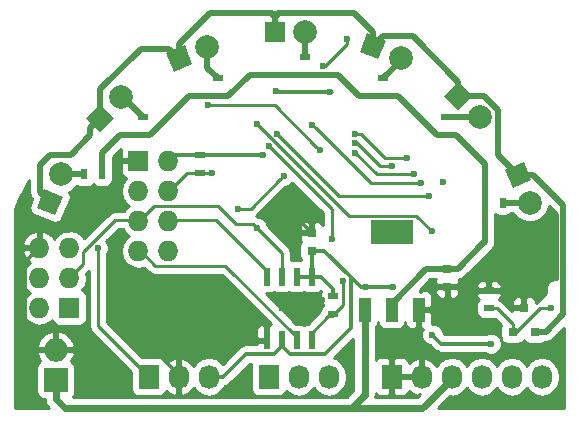
<source format=gbl>
G04 #@! TF.FileFunction,Copper,L2,Bot,Signal*
%FSLAX46Y46*%
G04 Gerber Fmt 4.6, Leading zero omitted, Abs format (unit mm)*
G04 Created by KiCad (PCBNEW (2015-05-28 BZR 5690)-product) date Thursday, June 25, 2015 'AMt' 09:08:00 AM*
%MOMM*%
G01*
G04 APERTURE LIST*
%ADD10C,0.100000*%
%ADD11R,0.750000X0.800000*%
%ADD12R,1.727200X1.727200*%
%ADD13O,1.727200X1.727200*%
%ADD14R,1.727200X2.032000*%
%ADD15O,1.727200X2.032000*%
%ADD16R,0.800100X0.800100*%
%ADD17R,0.900000X0.500000*%
%ADD18R,0.500000X0.900000*%
%ADD19R,0.600000X1.550000*%
%ADD20R,3.657600X2.032000*%
%ADD21R,1.016000X2.032000*%
%ADD22C,1.998980*%
%ADD23R,1.699260X1.699260*%
%ADD24O,1.998980X1.998980*%
%ADD25R,1.998980X1.998980*%
%ADD26C,0.600000*%
%ADD27C,0.250000*%
%ADD28C,0.350000*%
%ADD29C,0.310000*%
%ADD30C,0.630000*%
%ADD31C,0.500000*%
%ADD32C,0.254000*%
G04 APERTURE END LIST*
D10*
D11*
X136461500Y-100572000D03*
X136461500Y-99072000D03*
D12*
X115951000Y-105410000D03*
D13*
X113411000Y-105410000D03*
X115951000Y-102870000D03*
X113411000Y-102870000D03*
X115951000Y-100330000D03*
X113411000Y-100330000D03*
D14*
X143256000Y-111252000D03*
D15*
X145796000Y-111252000D03*
X148336000Y-111252000D03*
X150876000Y-111252000D03*
X153416000Y-111252000D03*
X155956000Y-111252000D03*
D16*
X155382000Y-107426760D03*
X153482000Y-107426760D03*
X154432000Y-105427780D03*
D17*
X138303000Y-104406000D03*
X138303000Y-105906000D03*
X127000000Y-93968000D03*
X127000000Y-92468000D03*
X151460200Y-103935400D03*
X151460200Y-105435400D03*
D18*
X118733000Y-94107000D03*
X117233000Y-94107000D03*
D17*
X122174000Y-90793000D03*
X122174000Y-89293000D03*
X128524000Y-87491000D03*
X128524000Y-85991000D03*
X135940800Y-85713000D03*
X135940800Y-84213000D03*
X142527013Y-87491000D03*
X142527013Y-85991000D03*
D19*
X136474200Y-108178600D03*
X135204200Y-108178600D03*
X133934200Y-108178600D03*
X132664200Y-108178600D03*
X132664200Y-102778600D03*
X133934200Y-102778600D03*
X135204200Y-102778600D03*
X136474200Y-102778600D03*
D14*
X132842000Y-111252000D03*
D15*
X135382000Y-111252000D03*
X137922000Y-111252000D03*
D17*
X147828000Y-90793000D03*
X147828000Y-89293000D03*
D18*
X151142000Y-96520000D03*
X152642000Y-96520000D03*
D20*
X143230600Y-98958400D03*
D21*
X143230600Y-105562400D03*
X140944600Y-105562400D03*
X145516600Y-105562400D03*
D11*
X147955000Y-102120000D03*
X147955000Y-103620000D03*
D14*
X122682000Y-111252000D03*
D15*
X125222000Y-111252000D03*
X127762000Y-111252000D03*
D10*
G36*
X126381657Y-84762929D02*
X124811746Y-85413208D01*
X124161467Y-83843297D01*
X125731378Y-83193018D01*
X126381657Y-84762929D01*
X126381657Y-84762929D01*
G37*
D22*
X127618216Y-83331097D03*
D23*
X133374060Y-82092800D03*
D22*
X135914060Y-82092800D03*
D10*
G36*
X142114378Y-84370782D02*
X140544467Y-83720503D01*
X141194746Y-82150592D01*
X142764657Y-82800871D01*
X142114378Y-84370782D01*
X142114378Y-84370782D01*
G37*
D22*
X144001216Y-84232703D03*
D10*
G36*
X148902148Y-88661106D02*
X147700590Y-87459548D01*
X148902148Y-86257990D01*
X150103706Y-87459548D01*
X148902148Y-88661106D01*
X148902148Y-88661106D01*
G37*
D22*
X150698200Y-89255600D03*
D10*
G36*
X153508168Y-95283441D02*
X152857889Y-93713530D01*
X154427800Y-93063251D01*
X155078079Y-94633162D01*
X153508168Y-95283441D01*
X153508168Y-95283441D01*
G37*
D22*
X154940000Y-96520000D03*
D10*
G36*
X119767810Y-89332748D02*
X118566252Y-90534306D01*
X117364694Y-89332748D01*
X118566252Y-88131190D01*
X119767810Y-89332748D01*
X119767810Y-89332748D01*
G37*
D22*
X120362304Y-87536696D03*
D10*
G36*
X115409582Y-96010622D02*
X114759303Y-97580533D01*
X113189392Y-96930254D01*
X113839671Y-95360343D01*
X115409582Y-96010622D01*
X115409582Y-96010622D01*
G37*
D22*
X115271503Y-94123784D03*
D24*
X114808000Y-108966000D03*
D25*
X114808000Y-111506000D03*
D13*
X121793000Y-100584000D03*
X124333000Y-100584000D03*
X121793000Y-98044000D03*
X124333000Y-98044000D03*
X121793000Y-95504000D03*
X124333000Y-95504000D03*
D12*
X121793000Y-92964000D03*
D13*
X124333000Y-92964000D03*
D26*
X147565718Y-94742000D03*
X127689454Y-88271197D03*
X137159908Y-92075000D03*
X140157200Y-92303600D03*
X145151020Y-94094014D03*
X133415051Y-87078735D03*
X141083173Y-103632000D03*
X143392990Y-103632000D03*
X132324312Y-92447929D03*
X138045010Y-87122000D03*
X146685000Y-107688676D03*
X151640019Y-108446000D03*
X130810000Y-112522000D03*
X129540000Y-112522000D03*
X118618000Y-112522000D03*
X120142000Y-112522000D03*
X120141990Y-110998000D03*
X118618000Y-110998000D03*
X135247174Y-98180980D03*
X137346785Y-104733172D03*
X133985002Y-105410000D03*
X113284000Y-98806000D03*
X123444000Y-108204000D03*
X121920000Y-108204000D03*
X120650000Y-107442000D03*
X119634004Y-106426000D03*
X119634000Y-104902000D03*
X115824000Y-98806000D03*
X114554002Y-98806000D03*
X112014002Y-98806000D03*
X142240000Y-109220000D03*
X143764000Y-109220000D03*
X147066000Y-109220000D03*
X145288000Y-109220000D03*
X153670000Y-98806000D03*
X156210000Y-103378000D03*
X156210000Y-101600000D03*
X156210000Y-98806000D03*
X131809608Y-98636101D03*
X156718000Y-105409996D03*
X137420000Y-84936541D03*
X139498303Y-82685499D03*
X145733410Y-94869000D03*
X136540244Y-89905844D03*
X146659600Y-98933000D03*
X131851400Y-89865200D03*
X146405600Y-95910400D03*
X133537949Y-90667851D03*
X118364000Y-100361771D03*
X132819151Y-91716849D03*
X138176000Y-99568000D03*
X139106981Y-103124000D03*
X128016000Y-93980000D03*
X140157200Y-91503597D03*
X143301790Y-93381030D03*
X140157200Y-90703594D03*
X144552006Y-92725951D03*
X130199960Y-97019957D03*
X134112000Y-94233996D03*
D27*
X127635000Y-88265000D02*
X133349908Y-88265000D01*
X133349908Y-88265000D02*
X136859909Y-91775001D01*
X136859909Y-91775001D02*
X137159908Y-92075000D01*
X141960600Y-94107000D02*
X145110200Y-94107000D01*
X140157200Y-92303600D02*
X141960600Y-94107000D01*
D28*
X127000000Y-92468000D02*
X124829000Y-92468000D01*
X124829000Y-92468000D02*
X124333000Y-92964000D01*
X127000000Y-92468000D02*
X132304241Y-92468000D01*
X132304241Y-92468000D02*
X132324312Y-92447929D01*
X141083173Y-103632000D02*
X140613983Y-103632000D01*
X140613983Y-103632000D02*
X139781982Y-102799999D01*
X133934200Y-108653600D02*
X134609201Y-109328601D01*
X134609201Y-109328601D02*
X137559399Y-109328601D01*
X139781982Y-107106018D02*
X139781982Y-102799999D01*
X139781982Y-102799999D02*
X137553983Y-100572000D01*
X137559399Y-109328601D02*
X139781982Y-107106018D01*
X137553983Y-100572000D02*
X136461500Y-100572000D01*
X143392990Y-103632000D02*
X141083173Y-103632000D01*
X151640019Y-108446000D02*
X147442324Y-108446000D01*
X147442324Y-108446000D02*
X146685000Y-107688676D01*
X138045010Y-87122000D02*
X133522031Y-87122000D01*
X133522031Y-87122000D02*
X133415051Y-87015020D01*
X136474200Y-102778600D02*
X136474200Y-100584700D01*
X136474200Y-100584700D02*
X136461500Y-100572000D01*
X135204200Y-102778600D02*
X136474200Y-102778600D01*
X138303000Y-104406000D02*
X138303000Y-103806000D01*
X138303000Y-103806000D02*
X137275600Y-102778600D01*
X137275600Y-102778600D02*
X136474200Y-102778600D01*
X133934200Y-108178600D02*
X133934200Y-108653600D01*
X127762000Y-111252000D02*
X128975600Y-111252000D01*
X128975600Y-111252000D02*
X130898999Y-109328601D01*
X130898999Y-109328601D02*
X133259199Y-109328601D01*
X133259199Y-109328601D02*
X133934200Y-108653600D01*
D29*
X137492111Y-100572000D02*
X137146500Y-100572000D01*
X143392990Y-103640550D02*
X143396469Y-103644029D01*
X143392990Y-103632000D02*
X143392990Y-103640550D01*
D27*
X138176000Y-87122000D02*
X138045010Y-87122000D01*
X129540000Y-112522000D02*
X130810000Y-112522000D01*
X120142000Y-112522000D02*
X118618000Y-112522000D01*
X118618000Y-110998000D02*
X118618000Y-112522000D01*
X118618000Y-111422264D02*
X118618000Y-110998000D01*
X118364000Y-112522000D02*
X118618000Y-112268000D01*
X118618000Y-112268000D02*
X118618000Y-111422264D01*
D28*
X112172399Y-106004529D02*
X112172399Y-105745257D01*
X113394508Y-108966000D02*
X112172399Y-107743891D01*
X112172399Y-105745257D02*
X112172399Y-101568601D01*
X114808000Y-108966000D02*
X113394508Y-108966000D01*
X112172399Y-107743891D02*
X112172399Y-105745257D01*
X137346785Y-104733172D02*
X134661830Y-104733172D01*
X134661830Y-104733172D02*
X133985002Y-105410000D01*
D29*
X137382228Y-104775000D02*
X137370413Y-104786815D01*
D28*
X112172399Y-101568601D02*
X112547401Y-101193599D01*
X112547401Y-101193599D02*
X113411000Y-100330000D01*
X151460200Y-103935400D02*
X153689670Y-103935400D01*
X153689670Y-103935400D02*
X154432000Y-104677730D01*
X154432000Y-104677730D02*
X154432000Y-105427780D01*
D29*
X135570490Y-98180990D02*
X136461500Y-99072000D01*
X135274891Y-98180990D02*
X135570490Y-98180990D01*
X125222000Y-111404400D02*
X125222000Y-111252000D01*
X114808000Y-109220000D02*
X114554000Y-108966000D01*
D27*
X123444000Y-109321600D02*
X123444000Y-108204000D01*
X125222000Y-111099600D02*
X123444000Y-109321600D01*
X125222000Y-111252000D02*
X125222000Y-111099600D01*
X121920000Y-108204000D02*
X121412000Y-108204000D01*
X121412000Y-108204000D02*
X120949999Y-107741999D01*
X120949999Y-107741999D02*
X120650000Y-107442000D01*
X119634004Y-106426000D02*
X119634004Y-104902004D01*
X119634004Y-104902004D02*
X119634000Y-104902000D01*
X115824000Y-98806000D02*
X114554002Y-98806000D01*
X113284000Y-98806000D02*
X112014002Y-98806000D01*
X142240000Y-109220000D02*
X143764000Y-109220000D01*
X147066000Y-109220000D02*
X145288000Y-109220000D01*
X156210000Y-103378000D02*
X156210000Y-101600000D01*
X153670000Y-98806000D02*
X156210000Y-98806000D01*
D30*
X115591510Y-113919000D02*
X134435939Y-113919000D01*
X114808000Y-113135490D02*
X115591510Y-113919000D01*
X114808000Y-111506000D02*
X114808000Y-113135490D01*
D29*
X141097000Y-105714800D02*
X140944600Y-105562400D01*
D30*
X140944600Y-112801400D02*
X140944600Y-105562400D01*
X139827000Y-113919000D02*
X140944600Y-112801400D01*
X148336000Y-111404400D02*
X148336000Y-111252000D01*
X145821400Y-113919000D02*
X148336000Y-111404400D01*
X134435939Y-113919000D02*
X145821400Y-113919000D01*
X134435939Y-113919000D02*
X139827000Y-113919000D01*
D27*
X135204200Y-107899200D02*
X135204200Y-108178600D01*
X129159000Y-101854000D02*
X135204200Y-107899200D01*
X123215400Y-101854000D02*
X129159000Y-101854000D01*
X121894600Y-100533200D02*
X123215400Y-101854000D01*
X131809608Y-98636101D02*
X133934200Y-100760693D01*
X133934200Y-100760693D02*
X133934200Y-102778600D01*
X131509609Y-98336102D02*
X131809608Y-98636101D01*
X130086102Y-98336102D02*
X131509609Y-98336102D01*
X123113800Y-96774000D02*
X128524000Y-96774000D01*
X121894600Y-97993200D02*
X123113800Y-96774000D01*
X119807569Y-97993200D02*
X121894600Y-97993200D01*
X128524000Y-96774000D02*
X130086102Y-98336102D01*
X117139601Y-100661168D02*
X119807569Y-97993200D01*
X117139601Y-101681399D02*
X117139601Y-100661168D01*
X115951000Y-102870000D02*
X117139601Y-101681399D01*
X124434600Y-97993200D02*
X128353800Y-97993200D01*
X128353800Y-97993200D02*
X132664200Y-102303600D01*
X132664200Y-102303600D02*
X132664200Y-102778600D01*
X124455944Y-98014544D02*
X124434600Y-97993200D01*
D31*
X115271503Y-94123784D02*
X117216216Y-94123784D01*
D29*
X115432519Y-94284800D02*
X115271503Y-94123784D01*
D31*
X120362304Y-87536696D02*
X120505896Y-87536696D01*
X120505896Y-87536696D02*
X122227870Y-89258670D01*
X127618216Y-83331097D02*
X127618216Y-85085216D01*
X127618216Y-85085216D02*
X128524000Y-85991000D01*
D29*
X127618216Y-83331097D02*
X127932994Y-83331097D01*
D31*
X135914060Y-82092800D02*
X135914060Y-84186260D01*
X135914060Y-84186260D02*
X135940800Y-84213000D01*
D29*
X135890000Y-82116860D02*
X135914060Y-82092800D01*
X135890000Y-84201000D02*
X135890000Y-82116860D01*
D31*
X144001216Y-84232703D02*
X144001216Y-84516797D01*
X144001216Y-84516797D02*
X142527013Y-85991000D01*
D29*
X143764000Y-84469919D02*
X144001216Y-84232703D01*
D27*
X153768976Y-107426760D02*
X155785740Y-105409996D01*
X153482000Y-107426760D02*
X153768976Y-107426760D01*
X156293736Y-105409996D02*
X156718000Y-105409996D01*
X155785740Y-105409996D02*
X156293736Y-105409996D01*
X139446000Y-83058000D02*
X139446000Y-82804000D01*
X137567459Y-84936541D02*
X139446000Y-83058000D01*
X137420000Y-84936541D02*
X137567459Y-84936541D01*
X152140690Y-105435400D02*
X151460200Y-105435400D01*
X153482000Y-106776710D02*
X152140690Y-105435400D01*
X153482000Y-107426760D02*
X153482000Y-106776710D01*
X145542000Y-94869000D02*
X141503400Y-94869000D01*
X141503400Y-94869000D02*
X136840243Y-90205843D01*
X136840243Y-90205843D02*
X136540244Y-89905844D01*
X131851400Y-89865200D02*
X139603599Y-97617399D01*
X139603599Y-97617399D02*
X145343999Y-97617399D01*
X145343999Y-97617399D02*
X146659600Y-98933000D01*
X138780498Y-95910400D02*
X146405600Y-95910400D01*
X133537949Y-90667851D02*
X138780498Y-95910400D01*
X118364000Y-106934000D02*
X122682000Y-111252000D01*
X118364000Y-100330000D02*
X118364000Y-106934000D01*
X136474200Y-107534800D02*
X137889391Y-106119609D01*
X137889391Y-106119609D02*
X138190991Y-106119609D01*
X138190991Y-106119609D02*
X139065000Y-105245600D01*
X136474200Y-107873800D02*
X136474200Y-108178600D01*
X138176000Y-98888439D02*
X138176000Y-99568000D01*
X138176000Y-98888439D02*
X138176000Y-99314000D01*
X138176000Y-97073698D02*
X138176000Y-98888439D01*
X132819151Y-91716849D02*
X138176000Y-97073698D01*
X136474200Y-108178600D02*
X136474200Y-107534800D01*
X139106990Y-105203610D02*
X138932374Y-105378226D01*
X139106990Y-103156281D02*
X139106990Y-105203610D01*
X138932374Y-105378226D02*
X139065000Y-105245600D01*
X138404600Y-105906000D02*
X138932374Y-105378226D01*
X124434600Y-95453200D02*
X125907800Y-93980000D01*
X125907800Y-93980000D02*
X126988000Y-93980000D01*
X128016000Y-93980000D02*
X127012000Y-93980000D01*
X140347797Y-91503597D02*
X142265400Y-93421200D01*
X142265400Y-93421200D02*
X143281400Y-93421200D01*
X140157200Y-91503597D02*
X140347797Y-91503597D01*
X142671800Y-92710000D02*
X144348200Y-92710000D01*
X140665394Y-90703594D02*
X142671800Y-92710000D01*
X140157200Y-90703594D02*
X140665394Y-90703594D01*
X130310043Y-97019957D02*
X130310049Y-97019957D01*
X130199960Y-97019957D02*
X131326039Y-97019957D01*
X131326039Y-97019957D02*
X133812001Y-94533995D01*
X133812001Y-94533995D02*
X134112000Y-94233996D01*
D31*
X122802860Y-90805000D02*
X122186000Y-90805000D01*
X122186000Y-90805000D02*
X122174000Y-90793000D01*
X118745000Y-94107000D02*
X118745000Y-92278200D01*
X118745000Y-92278200D02*
X120230200Y-90793000D01*
X120230200Y-90793000D02*
X122174000Y-90793000D01*
X122802860Y-90805000D02*
X126116860Y-87491000D01*
X126116860Y-87491000D02*
X128524000Y-87491000D01*
X129425676Y-87503000D02*
X128536000Y-87503000D01*
X128536000Y-87503000D02*
X128524000Y-87491000D01*
X129425676Y-87503000D02*
X131215676Y-85713000D01*
X131215676Y-85713000D02*
X135940800Y-85713000D01*
X151142000Y-96520000D02*
X151142000Y-99810000D01*
X151142000Y-99810000D02*
X151003000Y-99949000D01*
X151003000Y-99949000D02*
X151001000Y-99949000D01*
X151001000Y-99949000D02*
X148830000Y-102120000D01*
X148830000Y-102120000D02*
X147955000Y-102120000D01*
X147828000Y-90793000D02*
X147054000Y-90793000D01*
X147054000Y-90793000D02*
X143752000Y-87491000D01*
X143752000Y-87491000D02*
X142527013Y-87491000D01*
X151142000Y-96520000D02*
X151142000Y-93230000D01*
X151142000Y-93230000D02*
X148705000Y-90793000D01*
X148705000Y-90793000D02*
X147828000Y-90793000D01*
X135940800Y-85713000D02*
X138672000Y-85713000D01*
X138672000Y-85713000D02*
X140462000Y-87503000D01*
X140462000Y-87503000D02*
X142875000Y-87503000D01*
X143230600Y-105562400D02*
X143230600Y-105054400D01*
X143230600Y-105054400D02*
X146165000Y-102120000D01*
X146165000Y-102120000D02*
X147080000Y-102120000D01*
X147080000Y-102120000D02*
X147955000Y-102120000D01*
X153967984Y-94173346D02*
X155169542Y-94173346D01*
X155169542Y-94173346D02*
X157734000Y-96737804D01*
X157734000Y-96737804D02*
X157734000Y-105974810D01*
X157734000Y-105974810D02*
X156282050Y-107426760D01*
X156282050Y-107426760D02*
X155382000Y-107426760D01*
X152273000Y-88685152D02*
X152273000Y-92478362D01*
X152273000Y-92478362D02*
X153967984Y-94173346D01*
X148902148Y-87459548D02*
X151047396Y-87459548D01*
X151047396Y-87459548D02*
X152273000Y-88685152D01*
X145055216Y-82411058D02*
X148902148Y-86257990D01*
X148902148Y-86257990D02*
X148902148Y-87459548D01*
X141654562Y-83260687D02*
X142504191Y-82411058D01*
X142504191Y-82411058D02*
X145055216Y-82411058D01*
X133852730Y-80454500D02*
X133662730Y-80454500D01*
X133662730Y-80454500D02*
X133374060Y-80743170D01*
X133374060Y-80743170D02*
X133374060Y-82092800D01*
X141654562Y-83260687D02*
X141654562Y-82059129D01*
X141654562Y-82059129D02*
X140049933Y-80454500D01*
X140049933Y-80454500D02*
X133852730Y-80454500D01*
D29*
X133374060Y-80933170D02*
X133852730Y-80454500D01*
D31*
X132911619Y-80470729D02*
X133101619Y-80470729D01*
X133101619Y-80470729D02*
X133374060Y-80743170D01*
X127902388Y-80470729D02*
X132911619Y-80470729D01*
X125271562Y-83101555D02*
X127902388Y-80470729D01*
X125271562Y-84303113D02*
X125271562Y-83101555D01*
X124432849Y-83464400D02*
X125271562Y-84303113D01*
X118566252Y-89332748D02*
X118566252Y-86919748D01*
X118566252Y-86919748D02*
X122021600Y-83464400D01*
X122021600Y-83464400D02*
X124432849Y-83464400D01*
X118566252Y-89332748D02*
X117716623Y-90182377D01*
X117716623Y-90182377D02*
X117716623Y-90792623D01*
X117716623Y-90792623D02*
X117729000Y-90805000D01*
X116078000Y-92456000D02*
X117729000Y-90805000D01*
X114300000Y-92456000D02*
X116078000Y-92456000D01*
X114299487Y-96470438D02*
X113449858Y-95620809D01*
X113449858Y-95620809D02*
X113449858Y-93306142D01*
X113449858Y-93306142D02*
X114300000Y-92456000D01*
D29*
X114299487Y-96470438D02*
X114250438Y-96470438D01*
X118745000Y-89535000D02*
X118745000Y-89511496D01*
X118745000Y-89511496D02*
X118566252Y-89332748D01*
X133374060Y-80933170D02*
X132911619Y-80470729D01*
X133374060Y-80933170D02*
X133374060Y-82092800D01*
D31*
X147828000Y-89293000D02*
X150660800Y-89293000D01*
X150660800Y-89293000D02*
X150698200Y-89255600D01*
X150698200Y-89255600D02*
X150520400Y-89255600D01*
X154940000Y-96520000D02*
X152642000Y-96520000D01*
D32*
G36*
X137416000Y-98411702D02*
X137374827Y-98312302D01*
X137196199Y-98133673D01*
X136962810Y-98037000D01*
X136747250Y-98037000D01*
X136588500Y-98195750D01*
X136588500Y-98945000D01*
X136608500Y-98945000D01*
X136608500Y-99199000D01*
X136588500Y-99199000D01*
X136588500Y-99219000D01*
X136334500Y-99219000D01*
X136334500Y-99199000D01*
X136334500Y-98945000D01*
X136334500Y-98195750D01*
X136175750Y-98037000D01*
X135960190Y-98037000D01*
X135726801Y-98133673D01*
X135548173Y-98312302D01*
X135451500Y-98545691D01*
X135451500Y-98786250D01*
X135610250Y-98945000D01*
X136334500Y-98945000D01*
X136334500Y-99199000D01*
X135610250Y-99199000D01*
X135451500Y-99357750D01*
X135451500Y-99598309D01*
X135548173Y-99831698D01*
X135549455Y-99832980D01*
X135489123Y-99922360D01*
X135439060Y-100172000D01*
X135439060Y-100972000D01*
X135486037Y-101214123D01*
X135590740Y-101373514D01*
X135504200Y-101356160D01*
X134904200Y-101356160D01*
X134694200Y-101396904D01*
X134694200Y-100760693D01*
X134636348Y-100469854D01*
X134471601Y-100223292D01*
X132744730Y-98496421D01*
X132744770Y-98450934D01*
X132602725Y-98107158D01*
X132339935Y-97843909D01*
X131996407Y-97701263D01*
X131901059Y-97701179D01*
X131800448Y-97633954D01*
X131760652Y-97626038D01*
X131863440Y-97557358D01*
X134251679Y-95169118D01*
X134297167Y-95169158D01*
X134640943Y-95027113D01*
X134847958Y-94820458D01*
X137416000Y-97388500D01*
X137416000Y-98411702D01*
X137416000Y-98411702D01*
G37*
X137416000Y-98411702D02*
X137374827Y-98312302D01*
X137196199Y-98133673D01*
X136962810Y-98037000D01*
X136747250Y-98037000D01*
X136588500Y-98195750D01*
X136588500Y-98945000D01*
X136608500Y-98945000D01*
X136608500Y-99199000D01*
X136588500Y-99199000D01*
X136588500Y-99219000D01*
X136334500Y-99219000D01*
X136334500Y-99199000D01*
X136334500Y-98945000D01*
X136334500Y-98195750D01*
X136175750Y-98037000D01*
X135960190Y-98037000D01*
X135726801Y-98133673D01*
X135548173Y-98312302D01*
X135451500Y-98545691D01*
X135451500Y-98786250D01*
X135610250Y-98945000D01*
X136334500Y-98945000D01*
X136334500Y-99199000D01*
X135610250Y-99199000D01*
X135451500Y-99357750D01*
X135451500Y-99598309D01*
X135548173Y-99831698D01*
X135549455Y-99832980D01*
X135489123Y-99922360D01*
X135439060Y-100172000D01*
X135439060Y-100972000D01*
X135486037Y-101214123D01*
X135590740Y-101373514D01*
X135504200Y-101356160D01*
X134904200Y-101356160D01*
X134694200Y-101396904D01*
X134694200Y-100760693D01*
X134636348Y-100469854D01*
X134471601Y-100223292D01*
X132744730Y-98496421D01*
X132744770Y-98450934D01*
X132602725Y-98107158D01*
X132339935Y-97843909D01*
X131996407Y-97701263D01*
X131901059Y-97701179D01*
X131800448Y-97633954D01*
X131760652Y-97626038D01*
X131863440Y-97557358D01*
X134251679Y-95169118D01*
X134297167Y-95169158D01*
X134640943Y-95027113D01*
X134847958Y-94820458D01*
X137416000Y-97388500D01*
X137416000Y-98411702D01*
G36*
X137458528Y-105155613D02*
X137398073Y-105195327D01*
X137255623Y-105406360D01*
X137205560Y-105656000D01*
X137205560Y-105728638D01*
X136178038Y-106756160D01*
X136174200Y-106756160D01*
X135932077Y-106803137D01*
X135839429Y-106863996D01*
X135753840Y-106806223D01*
X135504200Y-106756160D01*
X135135962Y-106756160D01*
X132580842Y-104201040D01*
X132964200Y-104201040D01*
X133206323Y-104154063D01*
X133298970Y-104093203D01*
X133384560Y-104150977D01*
X133634200Y-104201040D01*
X134234200Y-104201040D01*
X134476323Y-104154063D01*
X134568970Y-104093203D01*
X134654560Y-104150977D01*
X134904200Y-104201040D01*
X135504200Y-104201040D01*
X135746323Y-104154063D01*
X135838970Y-104093203D01*
X135924560Y-104150977D01*
X136174200Y-104201040D01*
X136774200Y-104201040D01*
X137016323Y-104154063D01*
X137229127Y-104014273D01*
X137236034Y-104004040D01*
X137205560Y-104156000D01*
X137205560Y-104656000D01*
X137252537Y-104898123D01*
X137392327Y-105110927D01*
X137458528Y-105155613D01*
X137458528Y-105155613D01*
G37*
X137458528Y-105155613D02*
X137398073Y-105195327D01*
X137255623Y-105406360D01*
X137205560Y-105656000D01*
X137205560Y-105728638D01*
X136178038Y-106756160D01*
X136174200Y-106756160D01*
X135932077Y-106803137D01*
X135839429Y-106863996D01*
X135753840Y-106806223D01*
X135504200Y-106756160D01*
X135135962Y-106756160D01*
X132580842Y-104201040D01*
X132964200Y-104201040D01*
X133206323Y-104154063D01*
X133298970Y-104093203D01*
X133384560Y-104150977D01*
X133634200Y-104201040D01*
X134234200Y-104201040D01*
X134476323Y-104154063D01*
X134568970Y-104093203D01*
X134654560Y-104150977D01*
X134904200Y-104201040D01*
X135504200Y-104201040D01*
X135746323Y-104154063D01*
X135838970Y-104093203D01*
X135924560Y-104150977D01*
X136174200Y-104201040D01*
X136774200Y-104201040D01*
X137016323Y-104154063D01*
X137229127Y-104014273D01*
X137236034Y-104004040D01*
X137205560Y-104156000D01*
X137205560Y-104656000D01*
X137252537Y-104898123D01*
X137392327Y-105110927D01*
X137458528Y-105155613D01*
G36*
X139994600Y-112407898D02*
X139433498Y-112969000D01*
X139433497Y-112969000D01*
X134435939Y-112969000D01*
X116258098Y-112969000D01*
X116262417Y-112966163D01*
X116404867Y-112755130D01*
X116454930Y-112505490D01*
X116454930Y-110506510D01*
X116407953Y-110264387D01*
X116268163Y-110051583D01*
X116110256Y-109944993D01*
X116131068Y-109925726D01*
X116397627Y-109346355D01*
X116397627Y-108585645D01*
X116131068Y-108006274D01*
X115663084Y-107573013D01*
X115188354Y-107376381D01*
X114935000Y-107495735D01*
X114935000Y-108839000D01*
X116278807Y-108839000D01*
X116397627Y-108585645D01*
X116397627Y-109346355D01*
X116278807Y-109093000D01*
X114935000Y-109093000D01*
X114935000Y-109113000D01*
X114681000Y-109113000D01*
X114681000Y-109093000D01*
X114681000Y-108839000D01*
X114681000Y-107495735D01*
X114427646Y-107376381D01*
X113952916Y-107573013D01*
X113484932Y-108006274D01*
X113218373Y-108585645D01*
X113337193Y-108839000D01*
X114681000Y-108839000D01*
X114681000Y-109093000D01*
X113337193Y-109093000D01*
X113218373Y-109346355D01*
X113484932Y-109925726D01*
X113506305Y-109945514D01*
X113353583Y-110045837D01*
X113211133Y-110256870D01*
X113161070Y-110506510D01*
X113161070Y-112505490D01*
X113208047Y-112747613D01*
X113347837Y-112960417D01*
X113558870Y-113102867D01*
X113808510Y-113152930D01*
X113861469Y-113152930D01*
X113918316Y-113438723D01*
X113930314Y-113499040D01*
X114136249Y-113807241D01*
X114247507Y-113918500D01*
X111379500Y-113918500D01*
X111379500Y-97052029D01*
X111645837Y-96408380D01*
X112564858Y-94627998D01*
X112564858Y-95620803D01*
X112564857Y-95620809D01*
X112621047Y-95903293D01*
X112632225Y-95959484D01*
X112791793Y-96198297D01*
X112591235Y-96682489D01*
X112541980Y-96924159D01*
X112589692Y-97174260D01*
X112730148Y-97386625D01*
X112941627Y-97528411D01*
X114511538Y-98178690D01*
X114753208Y-98227945D01*
X115003309Y-98180233D01*
X115215674Y-98039777D01*
X115357460Y-97828298D01*
X116007739Y-96258387D01*
X116056994Y-96016717D01*
X116009282Y-95766616D01*
X115916222Y-95625912D01*
X116196158Y-95510246D01*
X116625549Y-95081603D01*
X116733360Y-95154377D01*
X116983000Y-95204440D01*
X117483000Y-95204440D01*
X117725123Y-95157463D01*
X117937927Y-95017673D01*
X117982613Y-94951471D01*
X118022327Y-95011927D01*
X118233360Y-95154377D01*
X118483000Y-95204440D01*
X118983000Y-95204440D01*
X119225123Y-95157463D01*
X119437927Y-95017673D01*
X119580377Y-94806640D01*
X119630440Y-94557000D01*
X119630440Y-93657000D01*
X119630000Y-93654732D01*
X119630000Y-92644779D01*
X120294400Y-91980379D01*
X120294400Y-92678250D01*
X120453150Y-92837000D01*
X121666000Y-92837000D01*
X121666000Y-92817000D01*
X121920000Y-92817000D01*
X121920000Y-92837000D01*
X121940000Y-92837000D01*
X121940000Y-93091000D01*
X121920000Y-93091000D01*
X121920000Y-93111000D01*
X121666000Y-93111000D01*
X121666000Y-93091000D01*
X120453150Y-93091000D01*
X120294400Y-93249750D01*
X120294400Y-93953909D01*
X120391073Y-94187298D01*
X120569701Y-94365927D01*
X120723526Y-94429643D01*
X120408474Y-94901152D01*
X120294400Y-95474641D01*
X120294400Y-95533359D01*
X120408474Y-96106848D01*
X120733330Y-96593029D01*
X121004172Y-96774000D01*
X120733330Y-96954971D01*
X120547423Y-97233200D01*
X119807569Y-97233200D01*
X119516730Y-97291052D01*
X119270168Y-97455799D01*
X117200658Y-99525308D01*
X117010670Y-99240971D01*
X116524489Y-98916115D01*
X115951000Y-98802041D01*
X115377511Y-98916115D01*
X114891330Y-99240971D01*
X114675336Y-99564228D01*
X114617821Y-99441510D01*
X114185947Y-99047312D01*
X113770026Y-98875042D01*
X113538000Y-98996183D01*
X113538000Y-100203000D01*
X113558000Y-100203000D01*
X113558000Y-100457000D01*
X113538000Y-100457000D01*
X113538000Y-100477000D01*
X113284000Y-100477000D01*
X113284000Y-100457000D01*
X113284000Y-100203000D01*
X113284000Y-98996183D01*
X113051974Y-98875042D01*
X112636053Y-99047312D01*
X112204179Y-99441510D01*
X111956032Y-99970973D01*
X112076531Y-100203000D01*
X113284000Y-100203000D01*
X113284000Y-100457000D01*
X112076531Y-100457000D01*
X111956032Y-100689027D01*
X112204179Y-101218490D01*
X112622160Y-101600007D01*
X112351330Y-101780971D01*
X112026474Y-102267152D01*
X111912400Y-102840641D01*
X111912400Y-102899359D01*
X112026474Y-103472848D01*
X112351330Y-103959029D01*
X112622172Y-104140000D01*
X112351330Y-104320971D01*
X112026474Y-104807152D01*
X111912400Y-105380641D01*
X111912400Y-105439359D01*
X112026474Y-106012848D01*
X112351330Y-106499029D01*
X112837511Y-106823885D01*
X113411000Y-106937959D01*
X113984489Y-106823885D01*
X114470670Y-106499029D01*
X114480766Y-106483918D01*
X114486937Y-106515723D01*
X114626727Y-106728527D01*
X114837760Y-106870977D01*
X115087400Y-106921040D01*
X116814600Y-106921040D01*
X117056723Y-106874063D01*
X117269527Y-106734273D01*
X117411977Y-106523240D01*
X117462040Y-106273600D01*
X117462040Y-104546400D01*
X117415063Y-104304277D01*
X117275273Y-104091473D01*
X117064240Y-103949023D01*
X117022895Y-103940731D01*
X117335526Y-103472848D01*
X117449600Y-102899359D01*
X117449600Y-102840641D01*
X117384158Y-102511643D01*
X117604000Y-102291802D01*
X117604000Y-106934000D01*
X117661852Y-107224839D01*
X117826599Y-107471401D01*
X121170960Y-110815762D01*
X121170960Y-112268000D01*
X121217937Y-112510123D01*
X121357727Y-112722927D01*
X121568760Y-112865377D01*
X121818400Y-112915440D01*
X123545600Y-112915440D01*
X123787723Y-112868463D01*
X124000527Y-112728673D01*
X124142977Y-112517640D01*
X124161483Y-112425354D01*
X124319964Y-112602732D01*
X124847209Y-112856709D01*
X124862974Y-112859358D01*
X125095000Y-112738217D01*
X125095000Y-111379000D01*
X125075000Y-111379000D01*
X125075000Y-111125000D01*
X125095000Y-111125000D01*
X125095000Y-109765783D01*
X124862974Y-109644642D01*
X124847209Y-109647291D01*
X124319964Y-109901268D01*
X124162326Y-110077701D01*
X124146063Y-109993877D01*
X124006273Y-109781073D01*
X123795240Y-109638623D01*
X123545600Y-109588560D01*
X122093362Y-109588560D01*
X119124000Y-106619198D01*
X119124000Y-100924233D01*
X119156192Y-100892098D01*
X119298838Y-100548570D01*
X119299162Y-100176604D01*
X119157117Y-99832828D01*
X119099979Y-99775591D01*
X120122371Y-98753200D01*
X120479536Y-98753200D01*
X120733330Y-99133029D01*
X121004172Y-99314000D01*
X120733330Y-99494971D01*
X120408474Y-99981152D01*
X120294400Y-100554641D01*
X120294400Y-100613359D01*
X120408474Y-101186848D01*
X120733330Y-101673029D01*
X121219511Y-101997885D01*
X121793000Y-102111959D01*
X122298088Y-102011490D01*
X122677999Y-102391401D01*
X122924560Y-102556148D01*
X122924561Y-102556148D01*
X123215400Y-102614000D01*
X128844198Y-102614000D01*
X132998797Y-106768600D01*
X132949950Y-106768600D01*
X132791200Y-106927350D01*
X132791200Y-108051600D01*
X132811200Y-108051600D01*
X132811200Y-108305600D01*
X132791200Y-108305600D01*
X132791200Y-108325600D01*
X132537200Y-108325600D01*
X132537200Y-108305600D01*
X132537200Y-108051600D01*
X132537200Y-106927350D01*
X132378450Y-106768600D01*
X132237890Y-106768600D01*
X132004501Y-106865273D01*
X131825873Y-107043902D01*
X131729200Y-107277291D01*
X131729200Y-107892850D01*
X131887950Y-108051600D01*
X132537200Y-108051600D01*
X132537200Y-108305600D01*
X131887950Y-108305600D01*
X131729200Y-108464350D01*
X131729200Y-108518601D01*
X130898999Y-108518601D01*
X130589025Y-108580259D01*
X130483769Y-108650588D01*
X130326243Y-108755844D01*
X128922940Y-110159147D01*
X128821670Y-110007585D01*
X128335489Y-109682729D01*
X127762000Y-109568655D01*
X127188511Y-109682729D01*
X126702330Y-110007585D01*
X126495539Y-110317069D01*
X126124036Y-109901268D01*
X125596791Y-109647291D01*
X125581026Y-109644642D01*
X125349000Y-109765783D01*
X125349000Y-111125000D01*
X125369000Y-111125000D01*
X125369000Y-111379000D01*
X125349000Y-111379000D01*
X125349000Y-112738217D01*
X125581026Y-112859358D01*
X125596791Y-112856709D01*
X126124036Y-112602732D01*
X126495539Y-112186930D01*
X126702330Y-112496415D01*
X127188511Y-112821271D01*
X127762000Y-112935345D01*
X128335489Y-112821271D01*
X128821670Y-112496415D01*
X129132835Y-112030723D01*
X129285573Y-112000342D01*
X129285574Y-112000342D01*
X129548356Y-111824756D01*
X131234511Y-110138601D01*
X131350492Y-110138601D01*
X131330960Y-110236000D01*
X131330960Y-112268000D01*
X131377937Y-112510123D01*
X131517727Y-112722927D01*
X131728760Y-112865377D01*
X131978400Y-112915440D01*
X133705600Y-112915440D01*
X133947723Y-112868463D01*
X134160527Y-112728673D01*
X134302977Y-112517640D01*
X134310718Y-112479037D01*
X134322330Y-112496415D01*
X134808511Y-112821271D01*
X135382000Y-112935345D01*
X135955489Y-112821271D01*
X136441670Y-112496415D01*
X136652000Y-112181634D01*
X136862330Y-112496415D01*
X137348511Y-112821271D01*
X137922000Y-112935345D01*
X138495489Y-112821271D01*
X138981670Y-112496415D01*
X139306526Y-112010234D01*
X139420600Y-111436745D01*
X139420600Y-111067255D01*
X139306526Y-110493766D01*
X138981670Y-110007585D01*
X138495489Y-109682729D01*
X138374791Y-109658720D01*
X139994600Y-108038912D01*
X139994600Y-112407898D01*
X139994600Y-112407898D01*
G37*
X139994600Y-112407898D02*
X139433498Y-112969000D01*
X139433497Y-112969000D01*
X134435939Y-112969000D01*
X116258098Y-112969000D01*
X116262417Y-112966163D01*
X116404867Y-112755130D01*
X116454930Y-112505490D01*
X116454930Y-110506510D01*
X116407953Y-110264387D01*
X116268163Y-110051583D01*
X116110256Y-109944993D01*
X116131068Y-109925726D01*
X116397627Y-109346355D01*
X116397627Y-108585645D01*
X116131068Y-108006274D01*
X115663084Y-107573013D01*
X115188354Y-107376381D01*
X114935000Y-107495735D01*
X114935000Y-108839000D01*
X116278807Y-108839000D01*
X116397627Y-108585645D01*
X116397627Y-109346355D01*
X116278807Y-109093000D01*
X114935000Y-109093000D01*
X114935000Y-109113000D01*
X114681000Y-109113000D01*
X114681000Y-109093000D01*
X114681000Y-108839000D01*
X114681000Y-107495735D01*
X114427646Y-107376381D01*
X113952916Y-107573013D01*
X113484932Y-108006274D01*
X113218373Y-108585645D01*
X113337193Y-108839000D01*
X114681000Y-108839000D01*
X114681000Y-109093000D01*
X113337193Y-109093000D01*
X113218373Y-109346355D01*
X113484932Y-109925726D01*
X113506305Y-109945514D01*
X113353583Y-110045837D01*
X113211133Y-110256870D01*
X113161070Y-110506510D01*
X113161070Y-112505490D01*
X113208047Y-112747613D01*
X113347837Y-112960417D01*
X113558870Y-113102867D01*
X113808510Y-113152930D01*
X113861469Y-113152930D01*
X113918316Y-113438723D01*
X113930314Y-113499040D01*
X114136249Y-113807241D01*
X114247507Y-113918500D01*
X111379500Y-113918500D01*
X111379500Y-97052029D01*
X111645837Y-96408380D01*
X112564858Y-94627998D01*
X112564858Y-95620803D01*
X112564857Y-95620809D01*
X112621047Y-95903293D01*
X112632225Y-95959484D01*
X112791793Y-96198297D01*
X112591235Y-96682489D01*
X112541980Y-96924159D01*
X112589692Y-97174260D01*
X112730148Y-97386625D01*
X112941627Y-97528411D01*
X114511538Y-98178690D01*
X114753208Y-98227945D01*
X115003309Y-98180233D01*
X115215674Y-98039777D01*
X115357460Y-97828298D01*
X116007739Y-96258387D01*
X116056994Y-96016717D01*
X116009282Y-95766616D01*
X115916222Y-95625912D01*
X116196158Y-95510246D01*
X116625549Y-95081603D01*
X116733360Y-95154377D01*
X116983000Y-95204440D01*
X117483000Y-95204440D01*
X117725123Y-95157463D01*
X117937927Y-95017673D01*
X117982613Y-94951471D01*
X118022327Y-95011927D01*
X118233360Y-95154377D01*
X118483000Y-95204440D01*
X118983000Y-95204440D01*
X119225123Y-95157463D01*
X119437927Y-95017673D01*
X119580377Y-94806640D01*
X119630440Y-94557000D01*
X119630440Y-93657000D01*
X119630000Y-93654732D01*
X119630000Y-92644779D01*
X120294400Y-91980379D01*
X120294400Y-92678250D01*
X120453150Y-92837000D01*
X121666000Y-92837000D01*
X121666000Y-92817000D01*
X121920000Y-92817000D01*
X121920000Y-92837000D01*
X121940000Y-92837000D01*
X121940000Y-93091000D01*
X121920000Y-93091000D01*
X121920000Y-93111000D01*
X121666000Y-93111000D01*
X121666000Y-93091000D01*
X120453150Y-93091000D01*
X120294400Y-93249750D01*
X120294400Y-93953909D01*
X120391073Y-94187298D01*
X120569701Y-94365927D01*
X120723526Y-94429643D01*
X120408474Y-94901152D01*
X120294400Y-95474641D01*
X120294400Y-95533359D01*
X120408474Y-96106848D01*
X120733330Y-96593029D01*
X121004172Y-96774000D01*
X120733330Y-96954971D01*
X120547423Y-97233200D01*
X119807569Y-97233200D01*
X119516730Y-97291052D01*
X119270168Y-97455799D01*
X117200658Y-99525308D01*
X117010670Y-99240971D01*
X116524489Y-98916115D01*
X115951000Y-98802041D01*
X115377511Y-98916115D01*
X114891330Y-99240971D01*
X114675336Y-99564228D01*
X114617821Y-99441510D01*
X114185947Y-99047312D01*
X113770026Y-98875042D01*
X113538000Y-98996183D01*
X113538000Y-100203000D01*
X113558000Y-100203000D01*
X113558000Y-100457000D01*
X113538000Y-100457000D01*
X113538000Y-100477000D01*
X113284000Y-100477000D01*
X113284000Y-100457000D01*
X113284000Y-100203000D01*
X113284000Y-98996183D01*
X113051974Y-98875042D01*
X112636053Y-99047312D01*
X112204179Y-99441510D01*
X111956032Y-99970973D01*
X112076531Y-100203000D01*
X113284000Y-100203000D01*
X113284000Y-100457000D01*
X112076531Y-100457000D01*
X111956032Y-100689027D01*
X112204179Y-101218490D01*
X112622160Y-101600007D01*
X112351330Y-101780971D01*
X112026474Y-102267152D01*
X111912400Y-102840641D01*
X111912400Y-102899359D01*
X112026474Y-103472848D01*
X112351330Y-103959029D01*
X112622172Y-104140000D01*
X112351330Y-104320971D01*
X112026474Y-104807152D01*
X111912400Y-105380641D01*
X111912400Y-105439359D01*
X112026474Y-106012848D01*
X112351330Y-106499029D01*
X112837511Y-106823885D01*
X113411000Y-106937959D01*
X113984489Y-106823885D01*
X114470670Y-106499029D01*
X114480766Y-106483918D01*
X114486937Y-106515723D01*
X114626727Y-106728527D01*
X114837760Y-106870977D01*
X115087400Y-106921040D01*
X116814600Y-106921040D01*
X117056723Y-106874063D01*
X117269527Y-106734273D01*
X117411977Y-106523240D01*
X117462040Y-106273600D01*
X117462040Y-104546400D01*
X117415063Y-104304277D01*
X117275273Y-104091473D01*
X117064240Y-103949023D01*
X117022895Y-103940731D01*
X117335526Y-103472848D01*
X117449600Y-102899359D01*
X117449600Y-102840641D01*
X117384158Y-102511643D01*
X117604000Y-102291802D01*
X117604000Y-106934000D01*
X117661852Y-107224839D01*
X117826599Y-107471401D01*
X121170960Y-110815762D01*
X121170960Y-112268000D01*
X121217937Y-112510123D01*
X121357727Y-112722927D01*
X121568760Y-112865377D01*
X121818400Y-112915440D01*
X123545600Y-112915440D01*
X123787723Y-112868463D01*
X124000527Y-112728673D01*
X124142977Y-112517640D01*
X124161483Y-112425354D01*
X124319964Y-112602732D01*
X124847209Y-112856709D01*
X124862974Y-112859358D01*
X125095000Y-112738217D01*
X125095000Y-111379000D01*
X125075000Y-111379000D01*
X125075000Y-111125000D01*
X125095000Y-111125000D01*
X125095000Y-109765783D01*
X124862974Y-109644642D01*
X124847209Y-109647291D01*
X124319964Y-109901268D01*
X124162326Y-110077701D01*
X124146063Y-109993877D01*
X124006273Y-109781073D01*
X123795240Y-109638623D01*
X123545600Y-109588560D01*
X122093362Y-109588560D01*
X119124000Y-106619198D01*
X119124000Y-100924233D01*
X119156192Y-100892098D01*
X119298838Y-100548570D01*
X119299162Y-100176604D01*
X119157117Y-99832828D01*
X119099979Y-99775591D01*
X120122371Y-98753200D01*
X120479536Y-98753200D01*
X120733330Y-99133029D01*
X121004172Y-99314000D01*
X120733330Y-99494971D01*
X120408474Y-99981152D01*
X120294400Y-100554641D01*
X120294400Y-100613359D01*
X120408474Y-101186848D01*
X120733330Y-101673029D01*
X121219511Y-101997885D01*
X121793000Y-102111959D01*
X122298088Y-102011490D01*
X122677999Y-102391401D01*
X122924560Y-102556148D01*
X122924561Y-102556148D01*
X123215400Y-102614000D01*
X128844198Y-102614000D01*
X132998797Y-106768600D01*
X132949950Y-106768600D01*
X132791200Y-106927350D01*
X132791200Y-108051600D01*
X132811200Y-108051600D01*
X132811200Y-108305600D01*
X132791200Y-108305600D01*
X132791200Y-108325600D01*
X132537200Y-108325600D01*
X132537200Y-108305600D01*
X132537200Y-108051600D01*
X132537200Y-106927350D01*
X132378450Y-106768600D01*
X132237890Y-106768600D01*
X132004501Y-106865273D01*
X131825873Y-107043902D01*
X131729200Y-107277291D01*
X131729200Y-107892850D01*
X131887950Y-108051600D01*
X132537200Y-108051600D01*
X132537200Y-108305600D01*
X131887950Y-108305600D01*
X131729200Y-108464350D01*
X131729200Y-108518601D01*
X130898999Y-108518601D01*
X130589025Y-108580259D01*
X130483769Y-108650588D01*
X130326243Y-108755844D01*
X128922940Y-110159147D01*
X128821670Y-110007585D01*
X128335489Y-109682729D01*
X127762000Y-109568655D01*
X127188511Y-109682729D01*
X126702330Y-110007585D01*
X126495539Y-110317069D01*
X126124036Y-109901268D01*
X125596791Y-109647291D01*
X125581026Y-109644642D01*
X125349000Y-109765783D01*
X125349000Y-111125000D01*
X125369000Y-111125000D01*
X125369000Y-111379000D01*
X125349000Y-111379000D01*
X125349000Y-112738217D01*
X125581026Y-112859358D01*
X125596791Y-112856709D01*
X126124036Y-112602732D01*
X126495539Y-112186930D01*
X126702330Y-112496415D01*
X127188511Y-112821271D01*
X127762000Y-112935345D01*
X128335489Y-112821271D01*
X128821670Y-112496415D01*
X129132835Y-112030723D01*
X129285573Y-112000342D01*
X129285574Y-112000342D01*
X129548356Y-111824756D01*
X131234511Y-110138601D01*
X131350492Y-110138601D01*
X131330960Y-110236000D01*
X131330960Y-112268000D01*
X131377937Y-112510123D01*
X131517727Y-112722927D01*
X131728760Y-112865377D01*
X131978400Y-112915440D01*
X133705600Y-112915440D01*
X133947723Y-112868463D01*
X134160527Y-112728673D01*
X134302977Y-112517640D01*
X134310718Y-112479037D01*
X134322330Y-112496415D01*
X134808511Y-112821271D01*
X135382000Y-112935345D01*
X135955489Y-112821271D01*
X136441670Y-112496415D01*
X136652000Y-112181634D01*
X136862330Y-112496415D01*
X137348511Y-112821271D01*
X137922000Y-112935345D01*
X138495489Y-112821271D01*
X138981670Y-112496415D01*
X139306526Y-112010234D01*
X139420600Y-111436745D01*
X139420600Y-111067255D01*
X139306526Y-110493766D01*
X138981670Y-110007585D01*
X138495489Y-109682729D01*
X138374791Y-109658720D01*
X139994600Y-108038912D01*
X139994600Y-112407898D01*
G36*
X157861000Y-113918500D02*
X147165402Y-113918500D01*
X148179656Y-112904246D01*
X148336000Y-112935345D01*
X148909489Y-112821271D01*
X149395670Y-112496415D01*
X149606000Y-112181634D01*
X149816330Y-112496415D01*
X150302511Y-112821271D01*
X150876000Y-112935345D01*
X151449489Y-112821271D01*
X151935670Y-112496415D01*
X152146000Y-112181634D01*
X152356330Y-112496415D01*
X152842511Y-112821271D01*
X153416000Y-112935345D01*
X153989489Y-112821271D01*
X154475670Y-112496415D01*
X154686000Y-112181634D01*
X154896330Y-112496415D01*
X155382511Y-112821271D01*
X155956000Y-112935345D01*
X156529489Y-112821271D01*
X157015670Y-112496415D01*
X157340526Y-112010234D01*
X157454600Y-111436745D01*
X157454600Y-111067255D01*
X157340526Y-110493766D01*
X157015670Y-110007585D01*
X156529489Y-109682729D01*
X155956000Y-109568655D01*
X155382511Y-109682729D01*
X154896330Y-110007585D01*
X154686000Y-110322365D01*
X154475670Y-110007585D01*
X153989489Y-109682729D01*
X153416000Y-109568655D01*
X152842511Y-109682729D01*
X152356330Y-110007585D01*
X152146000Y-110322365D01*
X151935670Y-110007585D01*
X151449489Y-109682729D01*
X150876000Y-109568655D01*
X150302511Y-109682729D01*
X149816330Y-110007585D01*
X149606000Y-110322365D01*
X149395670Y-110007585D01*
X148909489Y-109682729D01*
X148336000Y-109568655D01*
X147762511Y-109682729D01*
X147276330Y-110007585D01*
X147069539Y-110317069D01*
X146698036Y-109901268D01*
X146170791Y-109647291D01*
X146155026Y-109644642D01*
X145923000Y-109765783D01*
X145923000Y-111125000D01*
X145943000Y-111125000D01*
X145943000Y-111379000D01*
X145923000Y-111379000D01*
X145923000Y-111399000D01*
X145669000Y-111399000D01*
X145669000Y-111379000D01*
X145669000Y-111125000D01*
X145669000Y-109765783D01*
X145436974Y-109644642D01*
X145421209Y-109647291D01*
X144893964Y-109901268D01*
X144739758Y-110073860D01*
X144657927Y-109876302D01*
X144479299Y-109697673D01*
X144245910Y-109601000D01*
X143993291Y-109601000D01*
X143541750Y-109601000D01*
X143383000Y-109759750D01*
X143383000Y-111125000D01*
X144455076Y-111125000D01*
X144595850Y-111125000D01*
X145669000Y-111125000D01*
X145669000Y-111379000D01*
X144595850Y-111379000D01*
X144455076Y-111379000D01*
X143383000Y-111379000D01*
X143383000Y-112744250D01*
X143541750Y-112903000D01*
X143993291Y-112903000D01*
X144245910Y-112903000D01*
X144479299Y-112806327D01*
X144657927Y-112627698D01*
X144739758Y-112430139D01*
X144893964Y-112602732D01*
X145421209Y-112856709D01*
X145436974Y-112859358D01*
X145647407Y-112749490D01*
X145427897Y-112969000D01*
X141861262Y-112969000D01*
X141894599Y-112801400D01*
X141894600Y-112801400D01*
X141894600Y-112668225D01*
X142032701Y-112806327D01*
X142266090Y-112903000D01*
X142518709Y-112903000D01*
X142970250Y-112903000D01*
X143129000Y-112744250D01*
X143129000Y-111379000D01*
X143109000Y-111379000D01*
X143109000Y-111125000D01*
X143129000Y-111125000D01*
X143129000Y-109759750D01*
X142970250Y-109601000D01*
X142518709Y-109601000D01*
X142266090Y-109601000D01*
X142032701Y-109697673D01*
X141894600Y-109835774D01*
X141894600Y-107047564D01*
X141907527Y-107039073D01*
X142049977Y-106828040D01*
X142087394Y-106641457D01*
X142122137Y-106820523D01*
X142261927Y-107033327D01*
X142472960Y-107175777D01*
X142722600Y-107225840D01*
X143738600Y-107225840D01*
X143980723Y-107178863D01*
X144193527Y-107039073D01*
X144335977Y-106828040D01*
X144373600Y-106640432D01*
X144373600Y-106704710D01*
X144470273Y-106938099D01*
X144648902Y-107116727D01*
X144882291Y-107213400D01*
X145230850Y-107213400D01*
X145389600Y-107054650D01*
X145389600Y-105689400D01*
X145369600Y-105689400D01*
X145369600Y-105435400D01*
X145389600Y-105435400D01*
X145389600Y-105415400D01*
X145643600Y-105415400D01*
X145643600Y-105435400D01*
X146500850Y-105435400D01*
X146659600Y-105276650D01*
X146659600Y-104672709D01*
X146659600Y-104420090D01*
X146562927Y-104186701D01*
X146384298Y-104008073D01*
X146150909Y-103911400D01*
X145802350Y-103911400D01*
X145643602Y-104070148D01*
X145643602Y-103911400D01*
X145625179Y-103911400D01*
X146531579Y-103005000D01*
X146981737Y-103005000D01*
X146945000Y-103093691D01*
X146945000Y-103334250D01*
X147103750Y-103493000D01*
X147828000Y-103493000D01*
X147828000Y-103473000D01*
X148082000Y-103473000D01*
X148082000Y-103493000D01*
X148806250Y-103493000D01*
X148965000Y-103334250D01*
X148965000Y-103093691D01*
X148920783Y-102986942D01*
X149112484Y-102948810D01*
X149168674Y-102937633D01*
X149168675Y-102937633D01*
X149455790Y-102745790D01*
X151622759Y-100578819D01*
X151628790Y-100574790D01*
X151767786Y-100435792D01*
X151767790Y-100435790D01*
X151767790Y-100435789D01*
X151959633Y-100148675D01*
X151959633Y-100148674D01*
X151970810Y-100092484D01*
X152027000Y-99810000D01*
X152027001Y-99810000D01*
X152027000Y-99809994D01*
X152027000Y-97489507D01*
X152142360Y-97567377D01*
X152392000Y-97617440D01*
X152892000Y-97617440D01*
X153134123Y-97570463D01*
X153346927Y-97430673D01*
X153364256Y-97405000D01*
X153537152Y-97405000D01*
X153553538Y-97444655D01*
X154012927Y-97904846D01*
X154613453Y-98154206D01*
X155263694Y-98154774D01*
X155864655Y-97906462D01*
X156324846Y-97447073D01*
X156574206Y-96846547D01*
X156574220Y-96829604D01*
X157230000Y-97485383D01*
X157230000Y-102951002D01*
X157040837Y-102950838D01*
X156697061Y-103092883D01*
X156433812Y-103355673D01*
X156291166Y-103699201D01*
X156290842Y-104071167D01*
X156319921Y-104141544D01*
X155467050Y-104994416D01*
X155467050Y-104901420D01*
X155370377Y-104668031D01*
X155191748Y-104489403D01*
X154958359Y-104392730D01*
X154717750Y-104392730D01*
X154559000Y-104551480D01*
X154559000Y-105300780D01*
X154579000Y-105300780D01*
X154579000Y-105554780D01*
X154559000Y-105554780D01*
X154559000Y-105574780D01*
X154305000Y-105574780D01*
X154305000Y-105554780D01*
X154305000Y-105300780D01*
X154305000Y-104551480D01*
X154146250Y-104392730D01*
X153905641Y-104392730D01*
X153672252Y-104489403D01*
X153493623Y-104668031D01*
X153396950Y-104901420D01*
X153396950Y-105142030D01*
X153555700Y-105300780D01*
X154305000Y-105300780D01*
X154305000Y-105554780D01*
X153555700Y-105554780D01*
X153445286Y-105665194D01*
X152678091Y-104897999D01*
X152431529Y-104733252D01*
X152351367Y-104717306D01*
X152306562Y-104687062D01*
X152448527Y-104545098D01*
X152545200Y-104311709D01*
X152545200Y-104219150D01*
X152545200Y-103651650D01*
X152545200Y-103559091D01*
X152448527Y-103325702D01*
X152269899Y-103147073D01*
X152036510Y-103050400D01*
X151783891Y-103050400D01*
X151745950Y-103050400D01*
X151587200Y-103209150D01*
X151587200Y-103810400D01*
X152386450Y-103810400D01*
X152545200Y-103651650D01*
X152545200Y-104219150D01*
X152386450Y-104060400D01*
X151587200Y-104060400D01*
X151587200Y-104082400D01*
X151333200Y-104082400D01*
X151333200Y-104060400D01*
X151333200Y-103810400D01*
X151333200Y-103209150D01*
X151174450Y-103050400D01*
X151136509Y-103050400D01*
X150883890Y-103050400D01*
X150650501Y-103147073D01*
X150471873Y-103325702D01*
X150375200Y-103559091D01*
X150375200Y-103651650D01*
X150533950Y-103810400D01*
X151333200Y-103810400D01*
X151333200Y-104060400D01*
X150533950Y-104060400D01*
X150375200Y-104219150D01*
X150375200Y-104311709D01*
X150471873Y-104545098D01*
X150613350Y-104686576D01*
X150555273Y-104724727D01*
X150412823Y-104935760D01*
X150362760Y-105185400D01*
X150362760Y-105685400D01*
X150409737Y-105927523D01*
X150549527Y-106140327D01*
X150760560Y-106282777D01*
X151010200Y-106332840D01*
X151910200Y-106332840D01*
X151954695Y-106324207D01*
X152471708Y-106841220D01*
X152434510Y-107026710D01*
X152434510Y-107826810D01*
X152468736Y-108003217D01*
X152433136Y-107917057D01*
X152170346Y-107653808D01*
X151826818Y-107511162D01*
X151454852Y-107510838D01*
X151151936Y-107636000D01*
X148965000Y-107636000D01*
X148965000Y-104146309D01*
X148965000Y-103905750D01*
X148806250Y-103747000D01*
X148082000Y-103747000D01*
X148082000Y-104496250D01*
X148240750Y-104655000D01*
X148456310Y-104655000D01*
X148689699Y-104558327D01*
X148868327Y-104379698D01*
X148965000Y-104146309D01*
X148965000Y-107636000D01*
X147828000Y-107636000D01*
X147828000Y-104496250D01*
X147828000Y-103747000D01*
X147103750Y-103747000D01*
X146945000Y-103905750D01*
X146945000Y-104146309D01*
X147041673Y-104379698D01*
X147220301Y-104558327D01*
X147453690Y-104655000D01*
X147669250Y-104655000D01*
X147828000Y-104496250D01*
X147828000Y-107636000D01*
X147777836Y-107636000D01*
X147602429Y-107460593D01*
X147478117Y-107159733D01*
X147215327Y-106896484D01*
X146871799Y-106753838D01*
X146639334Y-106753635D01*
X146659600Y-106704710D01*
X146659600Y-106452091D01*
X146659600Y-105848150D01*
X146500850Y-105689400D01*
X145643600Y-105689400D01*
X145643600Y-107054650D01*
X145802350Y-107213400D01*
X145869948Y-107213400D01*
X145750162Y-107501877D01*
X145749838Y-107873843D01*
X145891883Y-108217619D01*
X146154673Y-108480868D01*
X146457371Y-108606560D01*
X146869568Y-109018757D01*
X147132350Y-109194342D01*
X147132351Y-109194343D01*
X147270220Y-109221766D01*
X147442324Y-109256000D01*
X151152578Y-109256000D01*
X151453220Y-109380838D01*
X151825186Y-109381162D01*
X152168962Y-109239117D01*
X152432211Y-108976327D01*
X152574857Y-108632799D01*
X152575181Y-108260833D01*
X152520308Y-108128032D01*
X152621277Y-108281737D01*
X152832310Y-108424187D01*
X153081950Y-108474250D01*
X153882050Y-108474250D01*
X154124173Y-108427273D01*
X154336977Y-108287483D01*
X154432293Y-108146276D01*
X154521277Y-108281737D01*
X154732310Y-108424187D01*
X154981950Y-108474250D01*
X155782050Y-108474250D01*
X156024173Y-108427273D01*
X156200019Y-108311760D01*
X156282044Y-108311760D01*
X156282050Y-108311761D01*
X156282050Y-108311760D01*
X156564534Y-108255570D01*
X156620724Y-108244393D01*
X156620725Y-108244393D01*
X156907840Y-108052550D01*
X157861000Y-107099389D01*
X157861000Y-113918500D01*
X157861000Y-113918500D01*
G37*
X157861000Y-113918500D02*
X147165402Y-113918500D01*
X148179656Y-112904246D01*
X148336000Y-112935345D01*
X148909489Y-112821271D01*
X149395670Y-112496415D01*
X149606000Y-112181634D01*
X149816330Y-112496415D01*
X150302511Y-112821271D01*
X150876000Y-112935345D01*
X151449489Y-112821271D01*
X151935670Y-112496415D01*
X152146000Y-112181634D01*
X152356330Y-112496415D01*
X152842511Y-112821271D01*
X153416000Y-112935345D01*
X153989489Y-112821271D01*
X154475670Y-112496415D01*
X154686000Y-112181634D01*
X154896330Y-112496415D01*
X155382511Y-112821271D01*
X155956000Y-112935345D01*
X156529489Y-112821271D01*
X157015670Y-112496415D01*
X157340526Y-112010234D01*
X157454600Y-111436745D01*
X157454600Y-111067255D01*
X157340526Y-110493766D01*
X157015670Y-110007585D01*
X156529489Y-109682729D01*
X155956000Y-109568655D01*
X155382511Y-109682729D01*
X154896330Y-110007585D01*
X154686000Y-110322365D01*
X154475670Y-110007585D01*
X153989489Y-109682729D01*
X153416000Y-109568655D01*
X152842511Y-109682729D01*
X152356330Y-110007585D01*
X152146000Y-110322365D01*
X151935670Y-110007585D01*
X151449489Y-109682729D01*
X150876000Y-109568655D01*
X150302511Y-109682729D01*
X149816330Y-110007585D01*
X149606000Y-110322365D01*
X149395670Y-110007585D01*
X148909489Y-109682729D01*
X148336000Y-109568655D01*
X147762511Y-109682729D01*
X147276330Y-110007585D01*
X147069539Y-110317069D01*
X146698036Y-109901268D01*
X146170791Y-109647291D01*
X146155026Y-109644642D01*
X145923000Y-109765783D01*
X145923000Y-111125000D01*
X145943000Y-111125000D01*
X145943000Y-111379000D01*
X145923000Y-111379000D01*
X145923000Y-111399000D01*
X145669000Y-111399000D01*
X145669000Y-111379000D01*
X145669000Y-111125000D01*
X145669000Y-109765783D01*
X145436974Y-109644642D01*
X145421209Y-109647291D01*
X144893964Y-109901268D01*
X144739758Y-110073860D01*
X144657927Y-109876302D01*
X144479299Y-109697673D01*
X144245910Y-109601000D01*
X143993291Y-109601000D01*
X143541750Y-109601000D01*
X143383000Y-109759750D01*
X143383000Y-111125000D01*
X144455076Y-111125000D01*
X144595850Y-111125000D01*
X145669000Y-111125000D01*
X145669000Y-111379000D01*
X144595850Y-111379000D01*
X144455076Y-111379000D01*
X143383000Y-111379000D01*
X143383000Y-112744250D01*
X143541750Y-112903000D01*
X143993291Y-112903000D01*
X144245910Y-112903000D01*
X144479299Y-112806327D01*
X144657927Y-112627698D01*
X144739758Y-112430139D01*
X144893964Y-112602732D01*
X145421209Y-112856709D01*
X145436974Y-112859358D01*
X145647407Y-112749490D01*
X145427897Y-112969000D01*
X141861262Y-112969000D01*
X141894599Y-112801400D01*
X141894600Y-112801400D01*
X141894600Y-112668225D01*
X142032701Y-112806327D01*
X142266090Y-112903000D01*
X142518709Y-112903000D01*
X142970250Y-112903000D01*
X143129000Y-112744250D01*
X143129000Y-111379000D01*
X143109000Y-111379000D01*
X143109000Y-111125000D01*
X143129000Y-111125000D01*
X143129000Y-109759750D01*
X142970250Y-109601000D01*
X142518709Y-109601000D01*
X142266090Y-109601000D01*
X142032701Y-109697673D01*
X141894600Y-109835774D01*
X141894600Y-107047564D01*
X141907527Y-107039073D01*
X142049977Y-106828040D01*
X142087394Y-106641457D01*
X142122137Y-106820523D01*
X142261927Y-107033327D01*
X142472960Y-107175777D01*
X142722600Y-107225840D01*
X143738600Y-107225840D01*
X143980723Y-107178863D01*
X144193527Y-107039073D01*
X144335977Y-106828040D01*
X144373600Y-106640432D01*
X144373600Y-106704710D01*
X144470273Y-106938099D01*
X144648902Y-107116727D01*
X144882291Y-107213400D01*
X145230850Y-107213400D01*
X145389600Y-107054650D01*
X145389600Y-105689400D01*
X145369600Y-105689400D01*
X145369600Y-105435400D01*
X145389600Y-105435400D01*
X145389600Y-105415400D01*
X145643600Y-105415400D01*
X145643600Y-105435400D01*
X146500850Y-105435400D01*
X146659600Y-105276650D01*
X146659600Y-104672709D01*
X146659600Y-104420090D01*
X146562927Y-104186701D01*
X146384298Y-104008073D01*
X146150909Y-103911400D01*
X145802350Y-103911400D01*
X145643602Y-104070148D01*
X145643602Y-103911400D01*
X145625179Y-103911400D01*
X146531579Y-103005000D01*
X146981737Y-103005000D01*
X146945000Y-103093691D01*
X146945000Y-103334250D01*
X147103750Y-103493000D01*
X147828000Y-103493000D01*
X147828000Y-103473000D01*
X148082000Y-103473000D01*
X148082000Y-103493000D01*
X148806250Y-103493000D01*
X148965000Y-103334250D01*
X148965000Y-103093691D01*
X148920783Y-102986942D01*
X149112484Y-102948810D01*
X149168674Y-102937633D01*
X149168675Y-102937633D01*
X149455790Y-102745790D01*
X151622759Y-100578819D01*
X151628790Y-100574790D01*
X151767786Y-100435792D01*
X151767790Y-100435790D01*
X151767790Y-100435789D01*
X151959633Y-100148675D01*
X151959633Y-100148674D01*
X151970810Y-100092484D01*
X152027000Y-99810000D01*
X152027001Y-99810000D01*
X152027000Y-99809994D01*
X152027000Y-97489507D01*
X152142360Y-97567377D01*
X152392000Y-97617440D01*
X152892000Y-97617440D01*
X153134123Y-97570463D01*
X153346927Y-97430673D01*
X153364256Y-97405000D01*
X153537152Y-97405000D01*
X153553538Y-97444655D01*
X154012927Y-97904846D01*
X154613453Y-98154206D01*
X155263694Y-98154774D01*
X155864655Y-97906462D01*
X156324846Y-97447073D01*
X156574206Y-96846547D01*
X156574220Y-96829604D01*
X157230000Y-97485383D01*
X157230000Y-102951002D01*
X157040837Y-102950838D01*
X156697061Y-103092883D01*
X156433812Y-103355673D01*
X156291166Y-103699201D01*
X156290842Y-104071167D01*
X156319921Y-104141544D01*
X155467050Y-104994416D01*
X155467050Y-104901420D01*
X155370377Y-104668031D01*
X155191748Y-104489403D01*
X154958359Y-104392730D01*
X154717750Y-104392730D01*
X154559000Y-104551480D01*
X154559000Y-105300780D01*
X154579000Y-105300780D01*
X154579000Y-105554780D01*
X154559000Y-105554780D01*
X154559000Y-105574780D01*
X154305000Y-105574780D01*
X154305000Y-105554780D01*
X154305000Y-105300780D01*
X154305000Y-104551480D01*
X154146250Y-104392730D01*
X153905641Y-104392730D01*
X153672252Y-104489403D01*
X153493623Y-104668031D01*
X153396950Y-104901420D01*
X153396950Y-105142030D01*
X153555700Y-105300780D01*
X154305000Y-105300780D01*
X154305000Y-105554780D01*
X153555700Y-105554780D01*
X153445286Y-105665194D01*
X152678091Y-104897999D01*
X152431529Y-104733252D01*
X152351367Y-104717306D01*
X152306562Y-104687062D01*
X152448527Y-104545098D01*
X152545200Y-104311709D01*
X152545200Y-104219150D01*
X152545200Y-103651650D01*
X152545200Y-103559091D01*
X152448527Y-103325702D01*
X152269899Y-103147073D01*
X152036510Y-103050400D01*
X151783891Y-103050400D01*
X151745950Y-103050400D01*
X151587200Y-103209150D01*
X151587200Y-103810400D01*
X152386450Y-103810400D01*
X152545200Y-103651650D01*
X152545200Y-104219150D01*
X152386450Y-104060400D01*
X151587200Y-104060400D01*
X151587200Y-104082400D01*
X151333200Y-104082400D01*
X151333200Y-104060400D01*
X151333200Y-103810400D01*
X151333200Y-103209150D01*
X151174450Y-103050400D01*
X151136509Y-103050400D01*
X150883890Y-103050400D01*
X150650501Y-103147073D01*
X150471873Y-103325702D01*
X150375200Y-103559091D01*
X150375200Y-103651650D01*
X150533950Y-103810400D01*
X151333200Y-103810400D01*
X151333200Y-104060400D01*
X150533950Y-104060400D01*
X150375200Y-104219150D01*
X150375200Y-104311709D01*
X150471873Y-104545098D01*
X150613350Y-104686576D01*
X150555273Y-104724727D01*
X150412823Y-104935760D01*
X150362760Y-105185400D01*
X150362760Y-105685400D01*
X150409737Y-105927523D01*
X150549527Y-106140327D01*
X150760560Y-106282777D01*
X151010200Y-106332840D01*
X151910200Y-106332840D01*
X151954695Y-106324207D01*
X152471708Y-106841220D01*
X152434510Y-107026710D01*
X152434510Y-107826810D01*
X152468736Y-108003217D01*
X152433136Y-107917057D01*
X152170346Y-107653808D01*
X151826818Y-107511162D01*
X151454852Y-107510838D01*
X151151936Y-107636000D01*
X148965000Y-107636000D01*
X148965000Y-104146309D01*
X148965000Y-103905750D01*
X148806250Y-103747000D01*
X148082000Y-103747000D01*
X148082000Y-104496250D01*
X148240750Y-104655000D01*
X148456310Y-104655000D01*
X148689699Y-104558327D01*
X148868327Y-104379698D01*
X148965000Y-104146309D01*
X148965000Y-107636000D01*
X147828000Y-107636000D01*
X147828000Y-104496250D01*
X147828000Y-103747000D01*
X147103750Y-103747000D01*
X146945000Y-103905750D01*
X146945000Y-104146309D01*
X147041673Y-104379698D01*
X147220301Y-104558327D01*
X147453690Y-104655000D01*
X147669250Y-104655000D01*
X147828000Y-104496250D01*
X147828000Y-107636000D01*
X147777836Y-107636000D01*
X147602429Y-107460593D01*
X147478117Y-107159733D01*
X147215327Y-106896484D01*
X146871799Y-106753838D01*
X146639334Y-106753635D01*
X146659600Y-106704710D01*
X146659600Y-106452091D01*
X146659600Y-105848150D01*
X146500850Y-105689400D01*
X145643600Y-105689400D01*
X145643600Y-107054650D01*
X145802350Y-107213400D01*
X145869948Y-107213400D01*
X145750162Y-107501877D01*
X145749838Y-107873843D01*
X145891883Y-108217619D01*
X146154673Y-108480868D01*
X146457371Y-108606560D01*
X146869568Y-109018757D01*
X147132350Y-109194342D01*
X147132351Y-109194343D01*
X147270220Y-109221766D01*
X147442324Y-109256000D01*
X151152578Y-109256000D01*
X151453220Y-109380838D01*
X151825186Y-109381162D01*
X152168962Y-109239117D01*
X152432211Y-108976327D01*
X152574857Y-108632799D01*
X152575181Y-108260833D01*
X152520308Y-108128032D01*
X152621277Y-108281737D01*
X152832310Y-108424187D01*
X153081950Y-108474250D01*
X153882050Y-108474250D01*
X154124173Y-108427273D01*
X154336977Y-108287483D01*
X154432293Y-108146276D01*
X154521277Y-108281737D01*
X154732310Y-108424187D01*
X154981950Y-108474250D01*
X155782050Y-108474250D01*
X156024173Y-108427273D01*
X156200019Y-108311760D01*
X156282044Y-108311760D01*
X156282050Y-108311761D01*
X156282050Y-108311760D01*
X156564534Y-108255570D01*
X156620724Y-108244393D01*
X156620725Y-108244393D01*
X156907840Y-108052550D01*
X157861000Y-107099389D01*
X157861000Y-113918500D01*
M02*

</source>
